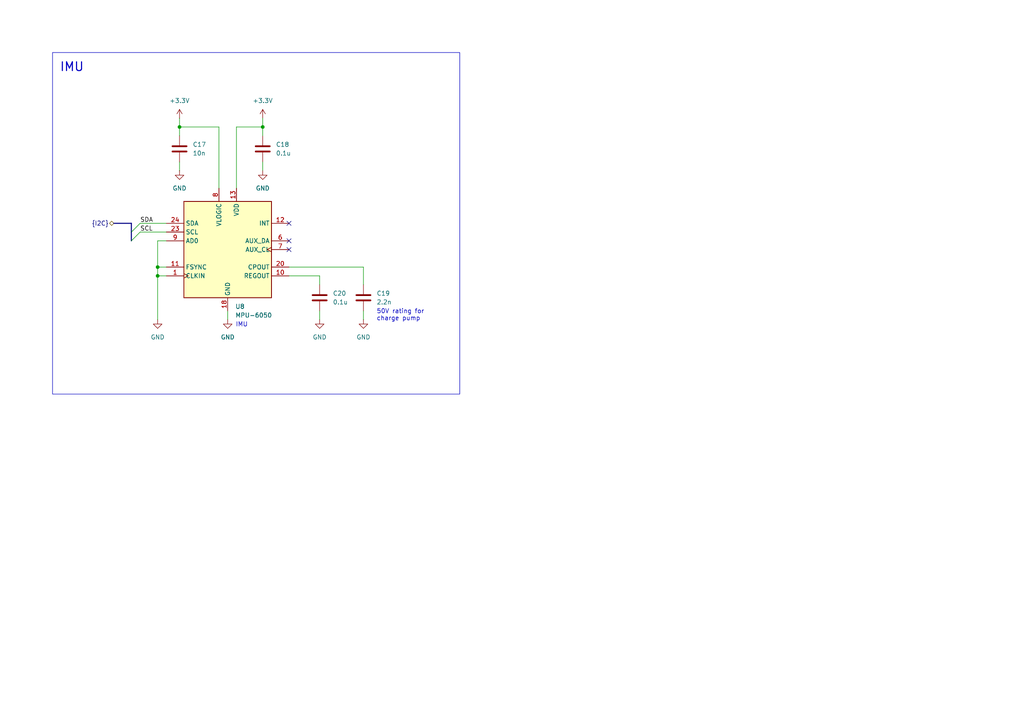
<source format=kicad_sch>
(kicad_sch (version 20250114) (generator "eeschema") (generator_version "9.0")
  (paper "A4")
  (lib_symbols
    (symbol "Device:C" (pin_numbers (hide yes)) (pin_names (offset 0.254))
      (property "Reference" "C" (at 0.635 2.54 0))
      (property "Value" "C" (at 0.635 -2.54 0))
      (symbol "C_0_1"
        (polyline (pts (xy -2.032 0.762) (xy 2.032 0.762)) (stroke (width 0.508)))
        (polyline (pts (xy -2.032 -0.762) (xy 2.032 -0.762)) (stroke (width 0.508)))
      )
      (symbol "C_1_1"
        (pin passive line (at 0 3.81 270) (length 2.794) (name "~") (number "1"))
        (pin passive line (at 0 -3.81 90) (length 2.794) (name "~") (number "2"))
      )
    )
    (symbol "Sensor_Motion:MPU-6050"
      (property "Reference" "U" (at -11.43 13.97 0))
      (property "Value" "MPU-6050" (at 7.62 -15.24 0))
      (symbol "MPU-6050_0_0"
        (text "" (at 12.7 -2.54 0) (effects (font (size 1.27 1.27))))
      )
      (symbol "MPU-6050_0_1"
        (rectangle (start -12.7 13.97) (end 12.7 -13.97) (stroke (width 0.254)) (fill (type background)))
      )
      (symbol "MPU-6050_1_1"
        (pin bidirectional line (at -17.78 7.62 0) (length 5.08) (name "SDA") (number "24"))
        (pin input line (at -17.78 5.08 0) (length 5.08) (name "SCL") (number "23"))
        (pin input line (at -17.78 2.54 0) (length 5.08) (name "AD0") (number "9"))
        (pin input line (at -17.78 -5.08 0) (length 5.08) (name "FSYNC") (number "11"))
        (pin input clock (at -17.78 -7.62 0) (length 5.08) (name "CLKIN") (number "1"))
        (pin no_connect line (at -12.7 12.7 0) (length 2.54) (hide yes) (name "NC") (number "2"))
        (pin no_connect line (at -12.7 10.16 0) (length 2.54) (hide yes) (name "NC") (number "3"))
        (pin no_connect line (at -12.7 0 0) (length 2.54) (hide yes) (name "NC") (number "4"))
        (pin no_connect line (at -12.7 -2.54 0) (length 2.54) (hide yes) (name "NC") (number "5"))
        (pin no_connect line (at -12.7 -10.16 0) (length 2.54) (hide yes) (name "NC") (number "14"))
        (pin power_in line (at -2.54 17.78 270) (length 3.81) (name "VLOGIC") (number "8"))
        (pin power_in line (at 0 -17.78 90) (length 3.81) (name "GND") (number "18"))
        (pin power_in line (at 2.54 17.78 270) (length 3.81) (name "VDD") (number "13"))
        (pin no_connect line (at 12.7 12.7 180) (length 2.54) (hide yes) (name "NC") (number "15"))
        (pin no_connect line (at 12.7 10.16 180) (length 2.54) (hide yes) (name "NC") (number "16"))
        (pin no_connect line (at 12.7 5.08 180) (length 2.54) (hide yes) (name "NC") (number "17"))
        (pin no_connect line (at 12.7 -2.54 180) (length 2.54) (hide yes) (name "RESV") (number "21"))
        (pin no_connect line (at 12.7 -10.16 180) (length 2.54) (hide yes) (name "RESV") (number "19"))
        (pin no_connect line (at 12.7 -12.7 180) (length 2.54) (hide yes) (name "RESV") (number "22"))
        (pin output line (at 17.78 7.62 180) (length 5.08) (name "INT") (number "12"))
        (pin bidirectional line (at 17.78 2.54 180) (length 5.08) (name "AUX_DA") (number "6"))
        (pin output clock (at 17.78 0 180) (length 5.08) (name "AUX_CL") (number "7"))
        (pin passive line (at 17.78 -5.08 180) (length 5.08) (name "CPOUT") (number "20"))
        (pin passive line (at 17.78 -7.62 180) (length 5.08) (name "REGOUT") (number "10"))
      )
    )
    (symbol "power:+3.3V" (power) (pin_numbers (hide yes)) (pin_names (offset 0) (hide yes))
      (property "Value" "+3.3V" (at 0 3.556 0))
      (symbol "+3.3V_0_1"
        (polyline (pts (xy -0.762 1.27) (xy 0 2.54)))
        (polyline (pts (xy 0 2.54) (xy 0.762 1.27)))
        (polyline (pts (xy 0 0) (xy 0 2.54)))
      )
      (symbol "+3.3V_1_1"
        (pin power_in line (at 0 0 90) (length 0) (name "~") (number "1"))
      )
    )
    (symbol "power:GND" (power) (pin_numbers (hide yes)) (pin_names (offset 0) (hide yes))
      (property "Value" "GND" (at 0 -3.81 0))
      (symbol "GND_0_1"
        (polyline (pts (xy 0 0) (xy 0 -1.27) (xy 1.27 -1.27) (xy 0 -2.54) (xy -1.27 -1.27) (xy 0 -1.27)))
      )
      (symbol "GND_1_1"
        (pin power_in line (at 0 0 270) (length 0) (name "~") (number "1"))
      )
    )
  )
  (rectangle (start 15.24 15.24) (end 133.35 114.3))
  (text "IMU" (at 68.326 94.234 0) (effects (font (size 1.27 1.27)) (justify left)))
  (text "50V rating for\ncharge pump" (at 109.22 91.44 0) (effects (font (size 1.27 1.27)) (justify left)))
  (text "IMU" (at 17.272 19.558 0) (effects (font (size 2.54 2.54) (thickness 0.3175)) (justify left)))
  (junction (at 76.2 36.83))
  (junction (at 52.07 36.83))
  (junction (at 45.72 77.47))
  (junction (at 45.72 80.01))
  (no_connect (at 83.82 72.39))
  (no_connect (at 83.82 64.77))
  (no_connect (at 83.82 69.85))
  (bus_entry (at 40.64 64.77) (size -2.54 2.54))
  (bus_entry (at 40.64 67.31) (size -2.54 2.54))
  (wire (pts (xy 52.07 36.83) (xy 63.5 36.83)))
  (wire (pts (xy 105.41 77.47) (xy 83.82 77.47)))
  (wire (pts (xy 40.64 67.31) (xy 48.26 67.31)))
  (wire (pts (xy 92.71 82.55) (xy 92.71 80.01)))
  (wire (pts (xy 105.41 82.55) (xy 105.41 77.47)))
  (wire (pts (xy 45.72 80.01) (xy 45.72 92.71)))
  (wire (pts (xy 76.2 34.29) (xy 76.2 36.83)))
  (wire (pts (xy 48.26 69.85) (xy 45.72 69.85)))
  (wire (pts (xy 76.2 49.53) (xy 76.2 46.99)))
  (wire (pts (xy 45.72 69.85) (xy 45.72 77.47)))
  (bus (pts (xy 38.1 67.31) (xy 38.1 69.85)))
  (wire (pts (xy 48.26 77.47) (xy 45.72 77.47)))
  (wire (pts (xy 68.58 36.83) (xy 76.2 36.83)))
  (wire (pts (xy 45.72 77.47) (xy 45.72 80.01)))
  (wire (pts (xy 83.82 80.01) (xy 92.71 80.01)))
  (bus (pts (xy 33.02 64.77) (xy 38.1 64.77)))
  (wire (pts (xy 45.72 80.01) (xy 48.26 80.01)))
  (wire (pts (xy 105.41 92.71) (xy 105.41 90.17)))
  (wire (pts (xy 52.07 34.29) (xy 52.07 36.83)))
  (wire (pts (xy 52.07 36.83) (xy 52.07 39.37)))
  (wire (pts (xy 66.04 90.17) (xy 66.04 92.71)))
  (wire (pts (xy 92.71 92.71) (xy 92.71 90.17)))
  (wire (pts (xy 63.5 36.83) (xy 63.5 54.61)))
  (bus (pts (xy 38.1 64.77) (xy 38.1 67.31)))
  (wire (pts (xy 52.07 49.53) (xy 52.07 46.99)))
  (wire (pts (xy 68.58 36.83) (xy 68.58 54.61)))
  (wire (pts (xy 76.2 36.83) (xy 76.2 39.37)))
  (wire (pts (xy 40.64 64.77) (xy 48.26 64.77)))
  (label "SCL" (at 40.64 67.31 0))
  (label "SDA" (at 40.64 64.77 0))
  (hierarchical_label "{I2C}" (shape bidirectional) (at 33.02 64.77 180))
  (symbol (lib_id "power:+3.3V") (at 52.07 34.29 0) (unit 1)
    (property "Reference" "#PWR0122" (effects (hide yes)))
    (property "Value" "+3.3V" (at 52.07 29.21 0))
    (property "Description" "Power symbol creates a global label with name \"+3.3V\"" (effects (hide yes)))
  )
  (symbol (lib_id "Device:C") (at 76.2 43.18 0) (unit 1)
    (property "Reference" "C18" (at 80.01 41.9099 0) (effects (justify left)))
    (property "Value" "0.1u" (at 80.01 44.4499 0) (effects (justify left)))
    (property "Footprint" "Capacitor_SMD:C_0603_1608Metric" (effects (hide yes)))
    (property "Description" "Unpolarized capacitor" (effects (hide yes)))
  )
  (symbol (lib_id "power:GND") (at 52.07 49.53 0) (unit 1)
    (property "Reference" "#PWR0124" (effects (hide yes)))
    (property "Value" "GND" (at 52.07 54.61 0))
    (property "Description" "Power symbol creates a global label with name \"GND\" , ground" (effects (hide yes)))
  )
  (symbol (lib_id "power:GND") (at 45.72 92.71 0) (unit 1)
    (property "Reference" "#PWR0127" (effects (hide yes)))
    (property "Value" "GND" (at 45.72 97.79 0))
    (property "Description" "Power symbol creates a global label with name \"GND\" , ground" (effects (hide yes)))
  )
  (symbol (lib_id "Sensor_Motion:MPU-6050") (at 66.04 72.39 0) (unit 1)
    (property "Reference" "U8" (at 68.2341 88.9 0) (effects (justify left)))
    (property "Value" "MPU-6050" (at 68.2341 91.44 0) (effects (justify left)))
    (property "Footprint" "Sensor_Motion:InvenSense_QFN-24_4x4mm_P0.5mm" (effects (hide yes)))
    (property "Datasheet" "https://invensense.tdk.com/wp-content/uploads/2015/02/MPU-6000-Datasheet1.pdf" (effects (hide yes)))
    (property "Description" "InvenSense 6-Axis Motion Sensor, Gyroscope, Accelerometer, I2C" (effects (hide yes)))
  )
  (symbol (lib_id "power:GND") (at 92.71 92.71 0) (unit 1)
    (property "Reference" "#PWR0129" (effects (hide yes)))
    (property "Value" "GND" (at 92.71 97.79 0))
    (property "Description" "Power symbol creates a global label with name \"GND\" , ground" (effects (hide yes)))
  )
  (symbol (lib_id "Device:C") (at 105.41 86.36 0) (unit 1)
    (property "Reference" "C19" (at 109.22 85.0899 0) (effects (justify left)))
    (property "Value" "2.2n" (at 109.22 87.6299 0) (effects (justify left)))
    (property "Footprint" "Capacitor_SMD:C_0603_1608Metric" (effects (hide yes)))
    (property "Description" "Unpolarized capacitor" (effects (hide yes)))
  )
  (symbol (lib_id "Device:C") (at 52.07 43.18 0) (unit 1)
    (property "Reference" "C17" (at 55.88 41.9099 0) (effects (justify left)))
    (property "Value" "10n" (at 55.88 44.4499 0) (effects (justify left)))
    (property "Footprint" "Capacitor_SMD:C_0603_1608Metric" (effects (hide yes)))
    (property "Description" "Unpolarized capacitor" (effects (hide yes)))
  )
  (symbol (lib_id "Device:C") (at 92.71 86.36 0) (unit 1)
    (property "Reference" "C20" (at 96.52 85.0899 0) (effects (justify left)))
    (property "Value" "0.1u" (at 96.52 87.6299 0) (effects (justify left)))
    (property "Footprint" "Capacitor_SMD:C_0603_1608Metric" (effects (hide yes)))
    (property "Description" "Unpolarized capacitor" (effects (hide yes)))
  )
  (symbol (lib_id "power:GND") (at 105.41 92.71 0) (unit 1)
    (property "Reference" "#PWR0149" (effects (hide yes)))
    (property "Value" "GND" (at 105.41 97.79 0))
    (property "Description" "Power symbol creates a global label with name \"GND\" , ground" (effects (hide yes)))
  )
  (symbol (lib_id "power:+3.3V") (at 76.2 34.29 0) (unit 1)
    (property "Reference" "#PWR0123" (effects (hide yes)))
    (property "Value" "+3.3V" (at 76.2 29.21 0))
    (property "Description" "Power symbol creates a global label with name \"+3.3V\"" (effects (hide yes)))
  )
  (symbol (lib_id "power:GND") (at 76.2 49.53 0) (unit 1)
    (property "Reference" "#PWR0125" (effects (hide yes)))
    (property "Value" "GND" (at 76.2 54.61 0))
    (property "Description" "Power symbol creates a global label with name \"GND\" , ground" (effects (hide yes)))
  )
  (symbol (lib_id "power:GND") (at 66.04 92.71 0) (unit 1)
    (property "Reference" "#PWR0128" (effects (hide yes)))
    (property "Value" "GND" (at 66.04 97.79 0))
    (property "Description" "Power symbol creates a global label with name \"GND\" , ground" (effects (hide yes)))
  )
)
</source>
